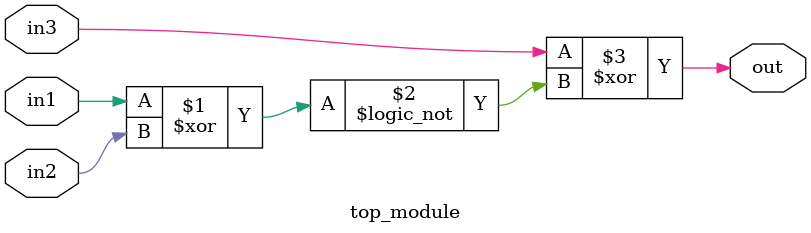
<source format=v>

module top_module (
    input in1,
    input in2,
    input in3,
    output out);
    
    assign out = in3 ^ !(in1 ^ in2);

endmodule

</source>
